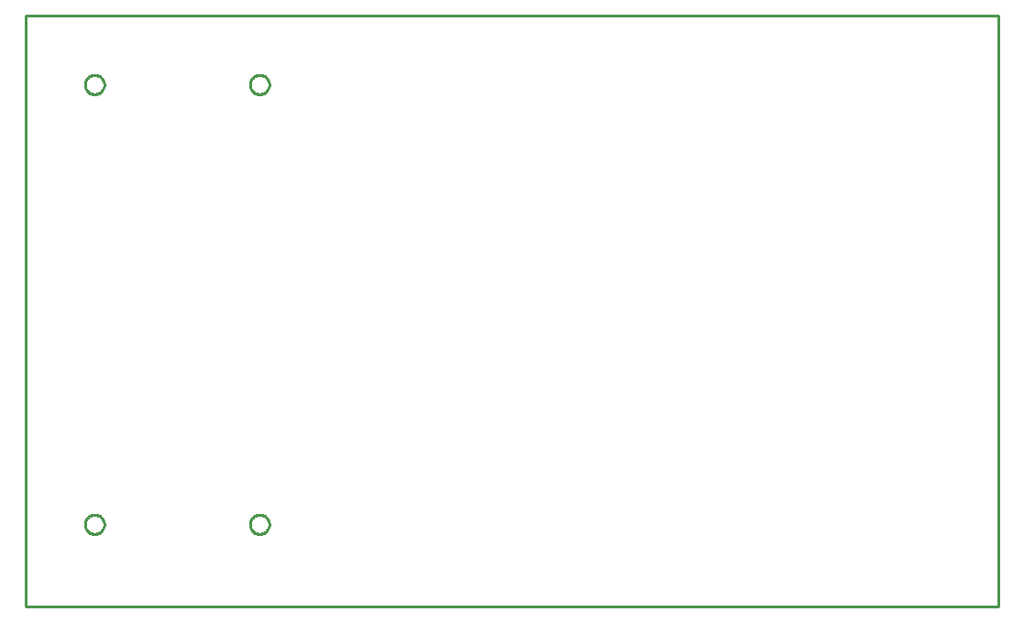
<source format=gbr>
G04 EAGLE Gerber RS-274X export*
G75*
%MOMM*%
%FSLAX34Y34*%
%LPD*%
%IN*%
%IPPOS*%
%AMOC8*
5,1,8,0,0,1.08239X$1,22.5*%
G01*
%ADD10C,0.254000*%


D10*
X63500Y101600D02*
X961900Y101600D01*
X961900Y647600D01*
X63500Y647600D01*
X63500Y101600D01*
X126612Y575310D02*
X125839Y575378D01*
X125074Y575512D01*
X124324Y575713D01*
X123595Y575979D01*
X122891Y576307D01*
X122219Y576695D01*
X121583Y577140D01*
X120988Y577639D01*
X120439Y578188D01*
X119940Y578783D01*
X119495Y579419D01*
X119107Y580091D01*
X118779Y580795D01*
X118513Y581524D01*
X118312Y582274D01*
X118178Y583039D01*
X118110Y583812D01*
X118110Y584588D01*
X118178Y585361D01*
X118312Y586126D01*
X118513Y586876D01*
X118779Y587605D01*
X119107Y588309D01*
X119495Y588981D01*
X119940Y589617D01*
X120439Y590212D01*
X120988Y590761D01*
X121583Y591260D01*
X122219Y591705D01*
X122891Y592093D01*
X123595Y592421D01*
X124324Y592687D01*
X125074Y592888D01*
X125839Y593022D01*
X126612Y593090D01*
X127388Y593090D01*
X128161Y593022D01*
X128926Y592888D01*
X129676Y592687D01*
X130405Y592421D01*
X131109Y592093D01*
X131781Y591705D01*
X132417Y591260D01*
X133012Y590761D01*
X133561Y590212D01*
X134060Y589617D01*
X134505Y588981D01*
X134893Y588309D01*
X135221Y587605D01*
X135487Y586876D01*
X135688Y586126D01*
X135822Y585361D01*
X135890Y584588D01*
X135890Y583812D01*
X135822Y583039D01*
X135688Y582274D01*
X135487Y581524D01*
X135221Y580795D01*
X134893Y580091D01*
X134505Y579419D01*
X134060Y578783D01*
X133561Y578188D01*
X133012Y577639D01*
X132417Y577140D01*
X131781Y576695D01*
X131109Y576307D01*
X130405Y575979D01*
X129676Y575713D01*
X128926Y575512D01*
X128161Y575378D01*
X127388Y575310D01*
X126612Y575310D01*
X279012Y575310D02*
X278239Y575378D01*
X277474Y575512D01*
X276724Y575713D01*
X275995Y575979D01*
X275291Y576307D01*
X274619Y576695D01*
X273983Y577140D01*
X273388Y577639D01*
X272839Y578188D01*
X272340Y578783D01*
X271895Y579419D01*
X271507Y580091D01*
X271179Y580795D01*
X270913Y581524D01*
X270712Y582274D01*
X270578Y583039D01*
X270510Y583812D01*
X270510Y584588D01*
X270578Y585361D01*
X270712Y586126D01*
X270913Y586876D01*
X271179Y587605D01*
X271507Y588309D01*
X271895Y588981D01*
X272340Y589617D01*
X272839Y590212D01*
X273388Y590761D01*
X273983Y591260D01*
X274619Y591705D01*
X275291Y592093D01*
X275995Y592421D01*
X276724Y592687D01*
X277474Y592888D01*
X278239Y593022D01*
X279012Y593090D01*
X279788Y593090D01*
X280561Y593022D01*
X281326Y592888D01*
X282076Y592687D01*
X282805Y592421D01*
X283509Y592093D01*
X284181Y591705D01*
X284817Y591260D01*
X285412Y590761D01*
X285961Y590212D01*
X286460Y589617D01*
X286905Y588981D01*
X287293Y588309D01*
X287621Y587605D01*
X287887Y586876D01*
X288088Y586126D01*
X288222Y585361D01*
X288290Y584588D01*
X288290Y583812D01*
X288222Y583039D01*
X288088Y582274D01*
X287887Y581524D01*
X287621Y580795D01*
X287293Y580091D01*
X286905Y579419D01*
X286460Y578783D01*
X285961Y578188D01*
X285412Y577639D01*
X284817Y577140D01*
X284181Y576695D01*
X283509Y576307D01*
X282805Y575979D01*
X282076Y575713D01*
X281326Y575512D01*
X280561Y575378D01*
X279788Y575310D01*
X279012Y575310D01*
X279012Y168910D02*
X278239Y168978D01*
X277474Y169112D01*
X276724Y169313D01*
X275995Y169579D01*
X275291Y169907D01*
X274619Y170295D01*
X273983Y170740D01*
X273388Y171239D01*
X272839Y171788D01*
X272340Y172383D01*
X271895Y173019D01*
X271507Y173691D01*
X271179Y174395D01*
X270913Y175124D01*
X270712Y175874D01*
X270578Y176639D01*
X270510Y177412D01*
X270510Y178188D01*
X270578Y178961D01*
X270712Y179726D01*
X270913Y180476D01*
X271179Y181205D01*
X271507Y181909D01*
X271895Y182581D01*
X272340Y183217D01*
X272839Y183812D01*
X273388Y184361D01*
X273983Y184860D01*
X274619Y185305D01*
X275291Y185693D01*
X275995Y186021D01*
X276724Y186287D01*
X277474Y186488D01*
X278239Y186622D01*
X279012Y186690D01*
X279788Y186690D01*
X280561Y186622D01*
X281326Y186488D01*
X282076Y186287D01*
X282805Y186021D01*
X283509Y185693D01*
X284181Y185305D01*
X284817Y184860D01*
X285412Y184361D01*
X285961Y183812D01*
X286460Y183217D01*
X286905Y182581D01*
X287293Y181909D01*
X287621Y181205D01*
X287887Y180476D01*
X288088Y179726D01*
X288222Y178961D01*
X288290Y178188D01*
X288290Y177412D01*
X288222Y176639D01*
X288088Y175874D01*
X287887Y175124D01*
X287621Y174395D01*
X287293Y173691D01*
X286905Y173019D01*
X286460Y172383D01*
X285961Y171788D01*
X285412Y171239D01*
X284817Y170740D01*
X284181Y170295D01*
X283509Y169907D01*
X282805Y169579D01*
X282076Y169313D01*
X281326Y169112D01*
X280561Y168978D01*
X279788Y168910D01*
X279012Y168910D01*
X126612Y168910D02*
X125839Y168978D01*
X125074Y169112D01*
X124324Y169313D01*
X123595Y169579D01*
X122891Y169907D01*
X122219Y170295D01*
X121583Y170740D01*
X120988Y171239D01*
X120439Y171788D01*
X119940Y172383D01*
X119495Y173019D01*
X119107Y173691D01*
X118779Y174395D01*
X118513Y175124D01*
X118312Y175874D01*
X118178Y176639D01*
X118110Y177412D01*
X118110Y178188D01*
X118178Y178961D01*
X118312Y179726D01*
X118513Y180476D01*
X118779Y181205D01*
X119107Y181909D01*
X119495Y182581D01*
X119940Y183217D01*
X120439Y183812D01*
X120988Y184361D01*
X121583Y184860D01*
X122219Y185305D01*
X122891Y185693D01*
X123595Y186021D01*
X124324Y186287D01*
X125074Y186488D01*
X125839Y186622D01*
X126612Y186690D01*
X127388Y186690D01*
X128161Y186622D01*
X128926Y186488D01*
X129676Y186287D01*
X130405Y186021D01*
X131109Y185693D01*
X131781Y185305D01*
X132417Y184860D01*
X133012Y184361D01*
X133561Y183812D01*
X134060Y183217D01*
X134505Y182581D01*
X134893Y181909D01*
X135221Y181205D01*
X135487Y180476D01*
X135688Y179726D01*
X135822Y178961D01*
X135890Y178188D01*
X135890Y177412D01*
X135822Y176639D01*
X135688Y175874D01*
X135487Y175124D01*
X135221Y174395D01*
X134893Y173691D01*
X134505Y173019D01*
X134060Y172383D01*
X133561Y171788D01*
X133012Y171239D01*
X132417Y170740D01*
X131781Y170295D01*
X131109Y169907D01*
X130405Y169579D01*
X129676Y169313D01*
X128926Y169112D01*
X128161Y168978D01*
X127388Y168910D01*
X126612Y168910D01*
M02*

</source>
